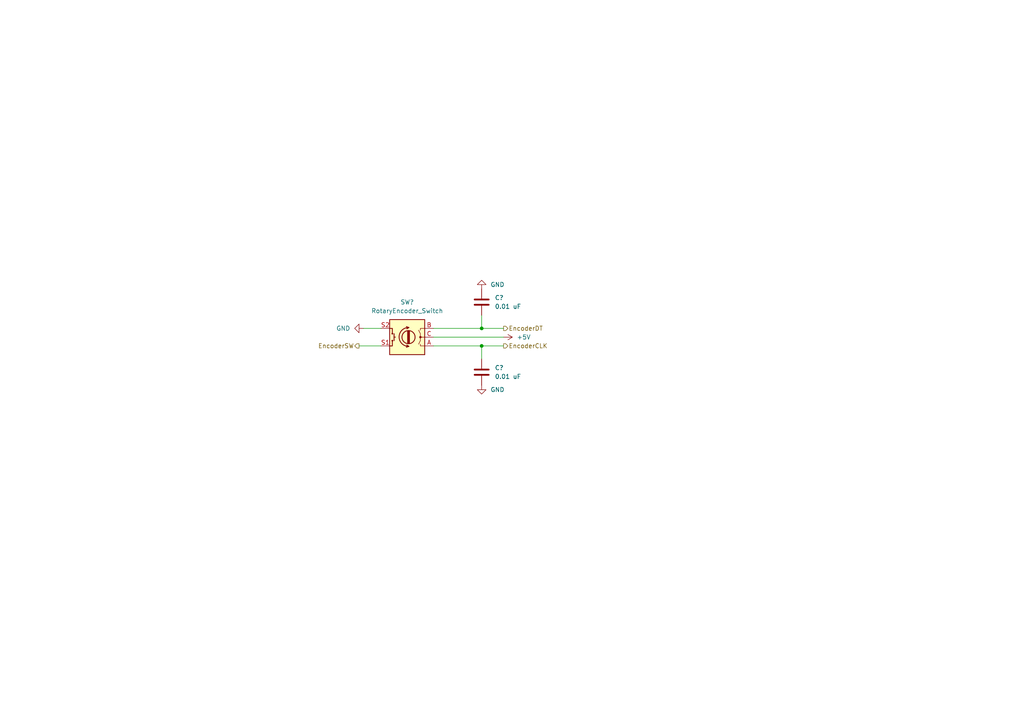
<source format=kicad_sch>
(kicad_sch (version 20211123) (generator eeschema)
  (paper "A4")
  (lib_symbols
    (symbol "Device:C" (pin_numbers hide) (pin_names (offset 0.254))
      (property "Reference" "C" (at 0.635 2.54 0))
      (property "Value" "C" (at 0.635 -2.54 0))
      (symbol "C_0_1"
        (polyline (pts (xy -2.032 -0.762) (xy 2.032 -0.762)) (stroke (width 0.508)))
        (polyline (pts (xy -2.032 0.762) (xy 2.032 0.762)) (stroke (width 0.508)))
      )
      (symbol "C_1_1"
        (pin passive line (at 0 3.81 270) (length 2.794) (name "~") (number "1"))
        (pin passive line (at 0 -3.81 90) (length 2.794) (name "~") (number "2"))
      )
    )
    (symbol "Device:RotaryEncoder_Switch" (pin_names (offset 0.254) hide)
      (property "Reference" "SW" (at 0 6.604 0))
      (property "Value" "RotaryEncoder_Switch" (at 0 -6.604 0))
      (symbol "RotaryEncoder_Switch_0_1"
        (rectangle (start -5.08 5.08) (end 5.08 -5.08) (stroke (width 0.254)) (fill (type background)))
        (circle (center -3.81 0) (radius 0.254) (fill (type outline)))
        (arc (start -0.381 -2.794) (mid 2.3622 -0.0508) (end -0.381 2.667) (stroke (width 0.254)))
        (circle (center -0.381 0) (radius 1.905) (stroke (width 0.254)))
        (polyline (pts (xy -0.635 -1.778) (xy -0.635 1.778)) (stroke (width 0.254)))
        (polyline (pts (xy -0.381 -1.778) (xy -0.381 1.778)) (stroke (width 0.254)))
        (polyline (pts (xy -0.127 1.778) (xy -0.127 -1.778)) (stroke (width 0.254)))
        (polyline (pts (xy 3.81 0) (xy 3.429 0)) (stroke (width 0.254)))
        (polyline (pts (xy 3.81 1.016) (xy 3.81 -1.016)) (stroke (width 0.254)))
        (polyline (pts (xy -5.08 -2.54) (xy -3.81 -2.54) (xy -3.81 -2.032)))
        (polyline (pts (xy -5.08 2.54) (xy -3.81 2.54) (xy -3.81 2.032)))
        (polyline (pts (xy 0.254 -3.048) (xy -0.508 -2.794) (xy 0.127 -2.413)) (stroke (width 0.254)))
        (polyline (pts (xy 0.254 2.921) (xy -0.508 2.667) (xy 0.127 2.286)) (stroke (width 0.254)))
        (polyline (pts (xy 5.08 -2.54) (xy 4.318 -2.54) (xy 4.318 -1.016)) (stroke (width 0.254)))
        (polyline (pts (xy 5.08 2.54) (xy 4.318 2.54) (xy 4.318 1.016)) (stroke (width 0.254)))
        (polyline (pts (xy -5.08 0) (xy -3.81 0) (xy -3.81 -1.016) (xy -3.302 -2.032)))
        (polyline (pts (xy -4.318 0) (xy -3.81 0) (xy -3.81 1.016) (xy -3.302 2.032)))
        (circle (center 4.318 -1.016) (radius 0.127) (stroke (width 0.254)))
        (circle (center 4.318 1.016) (radius 0.127) (stroke (width 0.254)))
      )
      (symbol "RotaryEncoder_Switch_1_1"
        (pin passive line (at -7.62 2.54 0) (length 2.54) (name "A") (number "A"))
        (pin passive line (at -7.62 -2.54 0) (length 2.54) (name "B") (number "B"))
        (pin passive line (at -7.62 0 0) (length 2.54) (name "C") (number "C"))
        (pin passive line (at 7.62 2.54 180) (length 2.54) (name "S1") (number "S1"))
        (pin passive line (at 7.62 -2.54 180) (length 2.54) (name "S2") (number "S2"))
      )
    )
    (symbol "power:+5V" (power) (pin_names (offset 0))
      (property "Value" "+5V" (at 0 3.556 0))
      (symbol "+5V_0_1"
        (polyline (pts (xy -0.762 1.27) (xy 0 2.54)))
        (polyline (pts (xy 0 0) (xy 0 2.54)))
        (polyline (pts (xy 0 2.54) (xy 0.762 1.27)))
      )
      (symbol "+5V_1_1"
        (pin power_in line (at 0 0 90) (length 0) hide (name "+5V") (number "1"))
      )
    )
    (symbol "power:GND" (power) (pin_names (offset 0))
      (property "Value" "GND" (at 0 -3.81 0))
      (symbol "GND_0_1"
        (polyline (pts (xy 0 0) (xy 0 -1.27) (xy 1.27 -1.27) (xy 0 -2.54) (xy -1.27 -1.27) (xy 0 -1.27)))
      )
      (symbol "GND_1_1"
        (pin power_in line (at 0 0 270) (length 0) hide (name "GND") (number "1"))
      )
    )
  )
  (junction (at 139.7 95.25))
  (junction (at 139.7 100.33))
  (wire (pts (xy 139.7 104.14) (xy 139.7 100.33)))
  (wire (pts (xy 125.73 97.79) (xy 146.05 97.79)))
  (wire (pts (xy 139.7 100.33) (xy 146.05 100.33)))
  (wire (pts (xy 125.73 100.33) (xy 139.7 100.33)))
  (wire (pts (xy 139.7 95.25) (xy 146.05 95.25)))
  (wire (pts (xy 105.41 95.25) (xy 110.49 95.25)))
  (wire (pts (xy 139.7 91.44) (xy 139.7 95.25)))
  (wire (pts (xy 125.73 95.25) (xy 139.7 95.25)))
  (wire (pts (xy 104.14 100.33) (xy 110.49 100.33)))
  (hierarchical_label "EncoderDT" (shape output) (at 146.05 95.25 0))
  (hierarchical_label "EncoderCLK" (shape output) (at 146.05 100.33 0))
  (hierarchical_label "EncoderSW" (shape output) (at 104.14 100.33 180))
  (symbol (lib_id "Device:C") (at 139.7 87.63 0) (unit 1)
    (property "Reference" "C?" (at 143.51 86.3599 0) (effects (justify left)))
    (property "Value" "0.01 uF" (at 143.51 88.8999 0) (effects (justify left)))
  )
  (symbol (lib_id "power:GND") (at 139.7 111.76 0) (unit 1)
    (property "Reference" "#PWR?" (effects hide))
    (property "Value" "GND" (at 142.24 113.0299 0) (effects (justify left)))
  )
  (symbol (lib_id "Device:RotaryEncoder_Switch") (at 118.11 97.79 180) (unit 1)
    (property "Reference" "SW?" (at 118.11 87.63 0))
    (property "Value" "RotaryEncoder_Switch" (at 118.11 90.17 0))
  )
  (symbol (lib_id "power:+5V") (at 146.05 97.79 270) (unit 1)
    (property "Reference" "#PWR?" (effects hide))
    (property "Value" "+5V" (at 149.86 97.7899 90) (effects (justify left)))
  )
  (symbol (lib_id "power:GND") (at 105.41 95.25 270) (unit 1)
    (property "Reference" "#PWR?" (effects hide))
    (property "Value" "GND" (at 101.6 95.2499 90) (effects (justify right)))
  )
  (symbol (lib_id "Device:C") (at 139.7 107.95 0) (unit 1)
    (property "Reference" "C?" (at 143.51 106.6799 0) (effects (justify left)))
    (property "Value" "0.01 uF" (at 143.51 109.2199 0) (effects (justify left)))
  )
  (symbol (lib_id "power:GND") (at 139.7 83.82 180) (unit 1)
    (property "Reference" "#PWR?" (effects hide))
    (property "Value" "GND" (at 142.24 82.5499 0) (effects (justify right)))
  )
)
</source>
